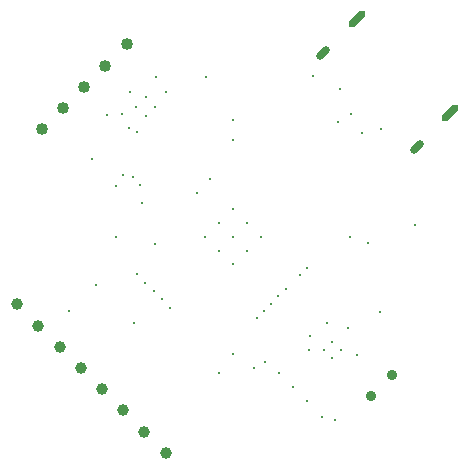
<source format=gbr>
%TF.GenerationSoftware,KiCad,Pcbnew,(6.0.8)*%
%TF.CreationDate,2022-10-29T03:41:00+02:00*%
%TF.ProjectId,view_base,76696577-5f62-4617-9365-2e6b69636164,rev?*%
%TF.SameCoordinates,Original*%
%TF.FileFunction,Plated,1,2,PTH,Mixed*%
%TF.FilePolarity,Positive*%
%FSLAX46Y46*%
G04 Gerber Fmt 4.6, Leading zero omitted, Abs format (unit mm)*
G04 Created by KiCad (PCBNEW (6.0.8)) date 2022-10-29 03:41:00*
%MOMM*%
%LPD*%
G01*
G04 APERTURE LIST*
G04 Aperture macros list*
%AMHorizOval*
0 Thick line with rounded ends*
0 $1 width*
0 $2 $3 position (X,Y) of the first rounded end (center of the circle)*
0 $4 $5 position (X,Y) of the second rounded end (center of the circle)*
0 Add line between two ends*
20,1,$1,$2,$3,$4,$5,0*
0 Add two circle primitives to create the rounded ends*
1,1,$1,$2,$3*
1,1,$1,$4,$5*%
G04 Aperture macros list end*
%TA.AperFunction,ViaDrill*%
%ADD10C,0.300000*%
%TD*%
%TA.AperFunction,ComponentDrill*%
%ADD11C,0.300000*%
%TD*%
%TA.AperFunction,ViaDrill*%
%ADD12C,0.330200*%
%TD*%
G04 aperture for slot hole*
%TA.AperFunction,ComponentDrill*%
%ADD13HorizOval,0.600000X0.282843X0.282843X-0.282843X-0.282843X0*%
%TD*%
G04 aperture for slot hole*
%TA.AperFunction,ComponentDrill*%
%ADD14HorizOval,0.600000X0.424264X0.424264X-0.424264X-0.424264X0*%
%TD*%
%TA.AperFunction,ComponentDrill*%
%ADD15C,0.900000*%
%TD*%
%TA.AperFunction,ComponentDrill*%
%ADD16C,1.000000*%
%TD*%
%TA.AperFunction,ComponentDrill*%
%ADD17C,1.016000*%
%TD*%
G04 APERTURE END LIST*
D10*
X88100000Y-41400000D03*
X89300000Y-37700000D03*
X90100000Y-43700000D03*
X90600000Y-37600000D03*
X90700000Y-42800000D03*
X91200000Y-38800000D03*
X91300000Y-35700000D03*
X91573500Y-42900000D03*
X91600000Y-55333452D03*
X91822183Y-37000000D03*
X91900000Y-39100000D03*
X92100000Y-43600000D03*
X92300000Y-45100000D03*
X92600000Y-36200000D03*
X92600000Y-37800000D03*
X93363094Y-48600000D03*
X93400000Y-37000000D03*
X93500000Y-34500000D03*
X94300000Y-35700000D03*
X97700000Y-34500000D03*
X98800000Y-59533452D03*
X100000000Y-57933452D03*
X100035356Y-38135861D03*
X101800000Y-59100000D03*
X102700000Y-58600000D03*
X103900000Y-59533452D03*
X105100000Y-60733452D03*
X106300000Y-61933452D03*
X106426500Y-57600000D03*
X106500000Y-56400000D03*
X106743003Y-34356997D03*
X107500000Y-63233452D03*
X108000000Y-55333452D03*
X108662901Y-63493454D03*
X108900000Y-38300000D03*
X109100000Y-35500000D03*
X109700000Y-55733452D03*
X109900000Y-48033452D03*
X110000000Y-37600000D03*
X110500000Y-58033452D03*
X110900000Y-39200000D03*
X111400000Y-48533452D03*
X112419938Y-54353390D03*
X112500000Y-38900000D03*
X115400000Y-47033452D03*
D11*
%TO.C,U4*%
X107700000Y-57592031D03*
X108407107Y-56884924D03*
X108407107Y-58299138D03*
X109114214Y-57592031D03*
%TD*%
D12*
X86100000Y-54300000D03*
X88403452Y-52101217D03*
X90100506Y-48000001D03*
X91868272Y-51181982D03*
X92566684Y-51880385D03*
X93282489Y-52596194D03*
X93989594Y-53303304D03*
X94696698Y-54010408D03*
X96959443Y-44252335D03*
X97666548Y-47999999D03*
X98090816Y-43120967D03*
X98833275Y-46833271D03*
X98833277Y-49166728D03*
X100000000Y-48000000D03*
X100000002Y-45666544D03*
X100000003Y-39797557D03*
X100000006Y-50333446D03*
X101166727Y-46833273D03*
X101166729Y-49166723D03*
X102050612Y-54858935D03*
X102333453Y-47999999D03*
X102651652Y-54257897D03*
X103252691Y-53656855D03*
X103853736Y-53055814D03*
X104454774Y-52454771D03*
X105656854Y-51252690D03*
X106257893Y-50651652D03*
D13*
%TO.C,J2*%
X107641136Y-32410984D03*
D14*
X110469563Y-29582557D03*
D13*
X115589016Y-40358864D03*
D14*
X118417443Y-37530437D03*
D15*
%TO.C,J8*%
X111701974Y-61498026D03*
X113498026Y-59701974D03*
D16*
%TO.C,J4*%
X81724427Y-53724427D03*
X83520478Y-55520478D03*
X85316529Y-57316529D03*
X87112581Y-59112581D03*
X88908632Y-60908632D03*
X90704683Y-62704683D03*
X92500734Y-64500734D03*
X94296786Y-66296786D03*
D17*
%TO.C,J6*%
X83807898Y-38892102D03*
X85603949Y-37096051D03*
X87400000Y-35300000D03*
X89196051Y-33503949D03*
X90992102Y-31707898D03*
M02*

</source>
